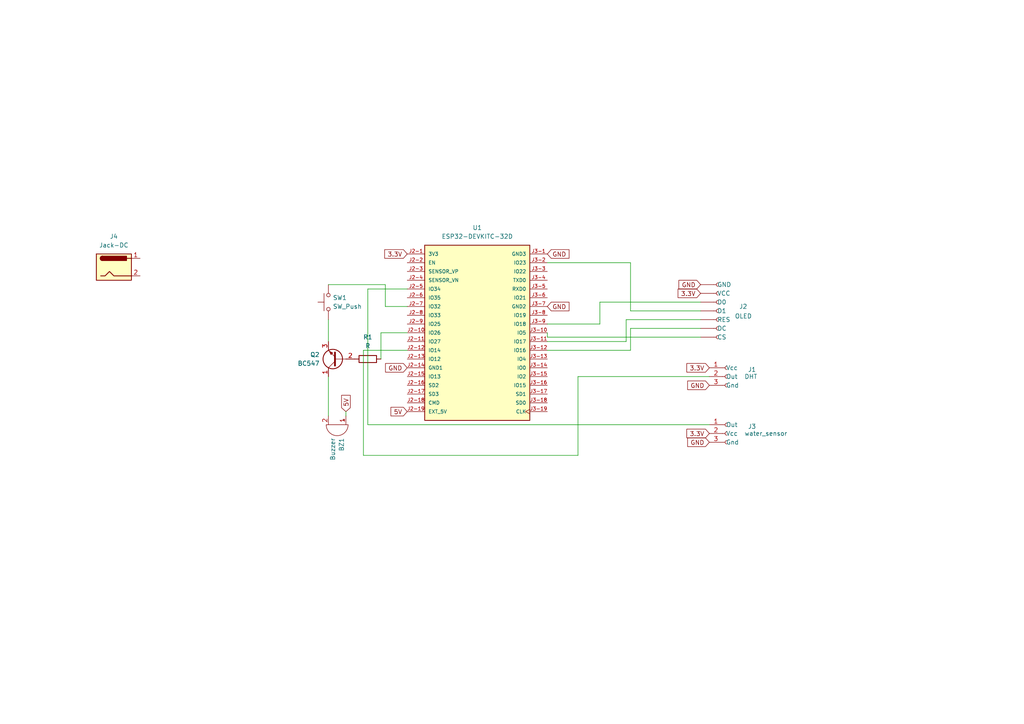
<source format=kicad_sch>
(kicad_sch
	(version 20250114)
	(generator "eeschema")
	(generator_version "9.0")
	(uuid "22622dad-1511-4831-8cc6-34f109aa3bb8")
	(paper "A4")
	(lib_symbols
		(symbol "Conn_01x03_Socket_1"
			(pin_names
				(offset 1.016)
			)
			(exclude_from_sim no)
			(in_bom yes)
			(on_board yes)
			(property "Reference" "J3"
				(at 6.096 2.032 0)
				(effects
					(font
						(size 1.27 1.27)
					)
					(justify left)
				)
			)
			(property "Value" "DHT"
				(at 5.08 0 0)
				(effects
					(font
						(size 1.27 1.27)
					)
					(justify left)
				)
			)
			(property "Footprint" "Connector_PinSocket_2.00mm:PinSocket_1x03_P2.00mm_Vertical"
				(at 0 0 0)
				(effects
					(font
						(size 1.27 1.27)
					)
					(hide yes)
				)
			)
			(property "Datasheet" "~"
				(at 0 0 0)
				(effects
					(font
						(size 1.27 1.27)
					)
					(hide yes)
				)
			)
			(property "Description" "Generic connector, single row, 01x03, script generated"
				(at 0 0 0)
				(effects
					(font
						(size 1.27 1.27)
					)
					(hide yes)
				)
			)
			(property "ki_locked" ""
				(at 0 0 0)
				(effects
					(font
						(size 1.27 1.27)
					)
				)
			)
			(property "ki_keywords" "connector"
				(at 0 0 0)
				(effects
					(font
						(size 1.27 1.27)
					)
					(hide yes)
				)
			)
			(property "ki_fp_filters" "Connector*:*_1x??_*"
				(at 0 0 0)
				(effects
					(font
						(size 1.27 1.27)
					)
					(hide yes)
				)
			)
			(symbol "Conn_01x03_Socket_1_1_1"
				(polyline
					(pts
						(xy -1.27 2.54) (xy -0.508 2.54)
					)
					(stroke
						(width 0.1524)
						(type default)
					)
					(fill
						(type none)
					)
				)
				(polyline
					(pts
						(xy -1.27 0) (xy -0.508 0)
					)
					(stroke
						(width 0.1524)
						(type default)
					)
					(fill
						(type none)
					)
				)
				(polyline
					(pts
						(xy -1.27 -2.54) (xy -0.508 -2.54)
					)
					(stroke
						(width 0.1524)
						(type default)
					)
					(fill
						(type none)
					)
				)
				(arc
					(start 0 2.032)
					(mid -0.5058 2.54)
					(end 0 3.048)
					(stroke
						(width 0.1524)
						(type default)
					)
					(fill
						(type none)
					)
				)
				(arc
					(start 0 -0.508)
					(mid -0.5058 0)
					(end 0 0.508)
					(stroke
						(width 0.1524)
						(type default)
					)
					(fill
						(type none)
					)
				)
				(arc
					(start 0 -3.048)
					(mid -0.5058 -2.54)
					(end 0 -2.032)
					(stroke
						(width 0.1524)
						(type default)
					)
					(fill
						(type none)
					)
				)
				(pin passive line
					(at -5.08 2.54 0)
					(length 3.81)
					(name "Out"
						(effects
							(font
								(size 1.27 1.27)
							)
						)
					)
					(number "1"
						(effects
							(font
								(size 1.27 1.27)
							)
						)
					)
				)
				(pin passive line
					(at -5.08 0 0)
					(length 3.81)
					(name "Vcc"
						(effects
							(font
								(size 1.27 1.27)
							)
						)
					)
					(number "2"
						(effects
							(font
								(size 1.27 1.27)
							)
						)
					)
				)
				(pin passive line
					(at -5.08 -2.54 0)
					(length 3.81)
					(name "Gnd"
						(effects
							(font
								(size 1.27 1.27)
							)
						)
					)
					(number "3"
						(effects
							(font
								(size 1.27 1.27)
							)
						)
					)
				)
			)
			(embedded_fonts no)
		)
		(symbol "Connector:Conn_01x03_Socket"
			(pin_names
				(offset 1.016)
			)
			(exclude_from_sim no)
			(in_bom yes)
			(on_board yes)
			(property "Reference" "J1"
				(at 1.27 1.2701 0)
				(effects
					(font
						(size 1.27 1.27)
					)
					(justify left)
				)
			)
			(property "Value" "Conn_01x03_Socket"
				(at 1.27 -1.2699 0)
				(effects
					(font
						(size 1.27 1.27)
					)
					(justify left)
				)
			)
			(property "Footprint" "Connector_PinSocket_2.00mm:PinSocket_1x03_P2.00mm_Vertical"
				(at 0 0 0)
				(effects
					(font
						(size 1.27 1.27)
					)
					(hide yes)
				)
			)
			(property "Datasheet" "~"
				(at 0 0 0)
				(effects
					(font
						(size 1.27 1.27)
					)
					(hide yes)
				)
			)
			(property "Description" "Generic connector, single row, 01x03, script generated"
				(at 0 0 0)
				(effects
					(font
						(size 1.27 1.27)
					)
					(hide yes)
				)
			)
			(property "ki_locked" ""
				(at 0 0 0)
				(effects
					(font
						(size 1.27 1.27)
					)
				)
			)
			(property "ki_keywords" "connector"
				(at 0 0 0)
				(effects
					(font
						(size 1.27 1.27)
					)
					(hide yes)
				)
			)
			(property "ki_fp_filters" "Connector*:*_1x??_*"
				(at 0 0 0)
				(effects
					(font
						(size 1.27 1.27)
					)
					(hide yes)
				)
			)
			(symbol "Conn_01x03_Socket_1_1"
				(polyline
					(pts
						(xy -1.27 2.54) (xy -0.508 2.54)
					)
					(stroke
						(width 0.1524)
						(type default)
					)
					(fill
						(type none)
					)
				)
				(polyline
					(pts
						(xy -1.27 0) (xy -0.508 0)
					)
					(stroke
						(width 0.1524)
						(type default)
					)
					(fill
						(type none)
					)
				)
				(polyline
					(pts
						(xy -1.27 -2.54) (xy -0.508 -2.54)
					)
					(stroke
						(width 0.1524)
						(type default)
					)
					(fill
						(type none)
					)
				)
				(arc
					(start 0 2.032)
					(mid -0.5058 2.54)
					(end 0 3.048)
					(stroke
						(width 0.1524)
						(type default)
					)
					(fill
						(type none)
					)
				)
				(arc
					(start 0 -0.508)
					(mid -0.5058 0)
					(end 0 0.508)
					(stroke
						(width 0.1524)
						(type default)
					)
					(fill
						(type none)
					)
				)
				(arc
					(start 0 -3.048)
					(mid -0.5058 -2.54)
					(end 0 -2.032)
					(stroke
						(width 0.1524)
						(type default)
					)
					(fill
						(type none)
					)
				)
				(pin passive line
					(at -5.08 2.54 0)
					(length 3.81)
					(name "Vcc"
						(effects
							(font
								(size 1.27 1.27)
							)
						)
					)
					(number "1"
						(effects
							(font
								(size 1.27 1.27)
							)
						)
					)
				)
				(pin passive line
					(at -5.08 0 0)
					(length 3.81)
					(name "Out"
						(effects
							(font
								(size 1.27 1.27)
							)
						)
					)
					(number "2"
						(effects
							(font
								(size 1.27 1.27)
							)
						)
					)
				)
				(pin passive line
					(at -5.08 -2.54 0)
					(length 3.81)
					(name "Gnd"
						(effects
							(font
								(size 1.27 1.27)
							)
						)
					)
					(number "3"
						(effects
							(font
								(size 1.27 1.27)
							)
						)
					)
				)
			)
			(embedded_fonts no)
		)
		(symbol "Connector:Conn_01x07_Socket"
			(pin_numbers
				(hide yes)
			)
			(pin_names
				(offset 1.016)
			)
			(exclude_from_sim no)
			(in_bom yes)
			(on_board yes)
			(property "Reference" "J2"
				(at 1.27 1.2701 0)
				(effects
					(font
						(size 1.27 1.27)
					)
					(justify left)
				)
			)
			(property "Value" "Conn_01x07_Socket"
				(at 1.27 -1.2699 0)
				(effects
					(font
						(size 1.27 1.27)
					)
					(justify left)
				)
			)
			(property "Footprint" "Connector_PinSocket_2.00mm:PinSocket_1x07_P2.00mm_Vertical"
				(at 0 0 0)
				(effects
					(font
						(size 1.27 1.27)
					)
					(hide yes)
				)
			)
			(property "Datasheet" "~"
				(at 0 0 0)
				(effects
					(font
						(size 1.27 1.27)
					)
					(hide yes)
				)
			)
			(property "Description" "Generic connector, single row, 01x07, script generated"
				(at 0 0 0)
				(effects
					(font
						(size 1.27 1.27)
					)
					(hide yes)
				)
			)
			(property "ki_locked" ""
				(at 0 0 0)
				(effects
					(font
						(size 1.27 1.27)
					)
				)
			)
			(property "ki_keywords" "connector"
				(at 0 0 0)
				(effects
					(font
						(size 1.27 1.27)
					)
					(hide yes)
				)
			)
			(property "ki_fp_filters" "Connector*:*_1x??_*"
				(at 0 0 0)
				(effects
					(font
						(size 1.27 1.27)
					)
					(hide yes)
				)
			)
			(symbol "Conn_01x07_Socket_1_1"
				(polyline
					(pts
						(xy -1.27 7.62) (xy -0.508 7.62)
					)
					(stroke
						(width 0.1524)
						(type default)
					)
					(fill
						(type none)
					)
				)
				(polyline
					(pts
						(xy -1.27 5.08) (xy -0.508 5.08)
					)
					(stroke
						(width 0.1524)
						(type default)
					)
					(fill
						(type none)
					)
				)
				(polyline
					(pts
						(xy -1.27 2.54) (xy -0.508 2.54)
					)
					(stroke
						(width 0.1524)
						(type default)
					)
					(fill
						(type none)
					)
				)
				(polyline
					(pts
						(xy -1.27 0) (xy -0.508 0)
					)
					(stroke
						(width 0.1524)
						(type default)
					)
					(fill
						(type none)
					)
				)
				(polyline
					(pts
						(xy -1.27 -2.54) (xy -0.508 -2.54)
					)
					(stroke
						(width 0.1524)
						(type default)
					)
					(fill
						(type none)
					)
				)
				(polyline
					(pts
						(xy -1.27 -5.08) (xy -0.508 -5.08)
					)
					(stroke
						(width 0.1524)
						(type default)
					)
					(fill
						(type none)
					)
				)
				(polyline
					(pts
						(xy -1.27 -7.62) (xy -0.508 -7.62)
					)
					(stroke
						(width 0.1524)
						(type default)
					)
					(fill
						(type none)
					)
				)
				(arc
					(start 0 7.112)
					(mid -0.5058 7.62)
					(end 0 8.128)
					(stroke
						(width 0.1524)
						(type default)
					)
					(fill
						(type none)
					)
				)
				(arc
					(start 0 4.572)
					(mid -0.5058 5.08)
					(end 0 5.588)
					(stroke
						(width 0.1524)
						(type default)
					)
					(fill
						(type none)
					)
				)
				(arc
					(start 0 2.032)
					(mid -0.5058 2.54)
					(end 0 3.048)
					(stroke
						(width 0.1524)
						(type default)
					)
					(fill
						(type none)
					)
				)
				(arc
					(start 0 -0.508)
					(mid -0.5058 0)
					(end 0 0.508)
					(stroke
						(width 0.1524)
						(type default)
					)
					(fill
						(type none)
					)
				)
				(arc
					(start 0 -3.048)
					(mid -0.5058 -2.54)
					(end 0 -2.032)
					(stroke
						(width 0.1524)
						(type default)
					)
					(fill
						(type none)
					)
				)
				(arc
					(start 0 -5.588)
					(mid -0.5058 -5.08)
					(end 0 -4.572)
					(stroke
						(width 0.1524)
						(type default)
					)
					(fill
						(type none)
					)
				)
				(arc
					(start 0 -8.128)
					(mid -0.5058 -7.62)
					(end 0 -7.112)
					(stroke
						(width 0.1524)
						(type default)
					)
					(fill
						(type none)
					)
				)
				(pin passive line
					(at -5.08 7.62 0)
					(length 3.81)
					(name "GND"
						(effects
							(font
								(size 1.27 1.27)
							)
						)
					)
					(number "1"
						(effects
							(font
								(size 1.27 1.27)
							)
						)
					)
				)
				(pin passive line
					(at -5.08 5.08 0)
					(length 3.81)
					(name "VCC"
						(effects
							(font
								(size 1.27 1.27)
							)
						)
					)
					(number "2"
						(effects
							(font
								(size 1.27 1.27)
							)
						)
					)
				)
				(pin passive line
					(at -5.08 2.54 0)
					(length 3.81)
					(name "D0"
						(effects
							(font
								(size 1.27 1.27)
							)
						)
					)
					(number "3"
						(effects
							(font
								(size 1.27 1.27)
							)
						)
					)
				)
				(pin passive line
					(at -5.08 0 0)
					(length 3.81)
					(name "D1"
						(effects
							(font
								(size 1.27 1.27)
							)
						)
					)
					(number "4"
						(effects
							(font
								(size 1.27 1.27)
							)
						)
					)
				)
				(pin passive line
					(at -5.08 -2.54 0)
					(length 3.81)
					(name "RES"
						(effects
							(font
								(size 1.27 1.27)
							)
						)
					)
					(number "5"
						(effects
							(font
								(size 1.27 1.27)
							)
						)
					)
				)
				(pin passive line
					(at -5.08 -5.08 0)
					(length 3.81)
					(name "DC"
						(effects
							(font
								(size 1.27 1.27)
							)
						)
					)
					(number "6"
						(effects
							(font
								(size 1.27 1.27)
							)
						)
					)
				)
				(pin passive line
					(at -5.08 -7.62 0)
					(length 3.81)
					(name "CS"
						(effects
							(font
								(size 1.27 1.27)
							)
						)
					)
					(number "7"
						(effects
							(font
								(size 1.27 1.27)
							)
						)
					)
				)
			)
			(embedded_fonts no)
		)
		(symbol "Connector:Jack-DC"
			(pin_names
				(offset 1.016)
			)
			(exclude_from_sim no)
			(in_bom yes)
			(on_board yes)
			(property "Reference" "J"
				(at 0 5.334 0)
				(effects
					(font
						(size 1.27 1.27)
					)
				)
			)
			(property "Value" "Jack-DC"
				(at 0 -5.08 0)
				(effects
					(font
						(size 1.27 1.27)
					)
				)
			)
			(property "Footprint" ""
				(at 1.27 -1.016 0)
				(effects
					(font
						(size 1.27 1.27)
					)
					(hide yes)
				)
			)
			(property "Datasheet" "~"
				(at 1.27 -1.016 0)
				(effects
					(font
						(size 1.27 1.27)
					)
					(hide yes)
				)
			)
			(property "Description" "DC Barrel Jack"
				(at 0 0 0)
				(effects
					(font
						(size 1.27 1.27)
					)
					(hide yes)
				)
			)
			(property "ki_keywords" "DC power barrel jack connector"
				(at 0 0 0)
				(effects
					(font
						(size 1.27 1.27)
					)
					(hide yes)
				)
			)
			(property "ki_fp_filters" "BarrelJack*"
				(at 0 0 0)
				(effects
					(font
						(size 1.27 1.27)
					)
					(hide yes)
				)
			)
			(symbol "Jack-DC_0_1"
				(rectangle
					(start -5.08 3.81)
					(end 5.08 -3.81)
					(stroke
						(width 0.254)
						(type default)
					)
					(fill
						(type background)
					)
				)
				(polyline
					(pts
						(xy -3.81 -2.54) (xy -2.54 -2.54) (xy -1.27 -1.27) (xy 0 -2.54) (xy 2.54 -2.54) (xy 5.08 -2.54)
					)
					(stroke
						(width 0.254)
						(type default)
					)
					(fill
						(type none)
					)
				)
				(arc
					(start -3.302 1.905)
					(mid -3.9343 2.54)
					(end -3.302 3.175)
					(stroke
						(width 0.254)
						(type default)
					)
					(fill
						(type none)
					)
				)
				(arc
					(start -3.302 1.905)
					(mid -3.9343 2.54)
					(end -3.302 3.175)
					(stroke
						(width 0.254)
						(type default)
					)
					(fill
						(type outline)
					)
				)
				(rectangle
					(start 3.683 3.175)
					(end -3.302 1.905)
					(stroke
						(width 0.254)
						(type default)
					)
					(fill
						(type outline)
					)
				)
				(polyline
					(pts
						(xy 5.08 2.54) (xy 3.81 2.54)
					)
					(stroke
						(width 0.254)
						(type default)
					)
					(fill
						(type none)
					)
				)
			)
			(symbol "Jack-DC_1_1"
				(pin passive line
					(at 7.62 2.54 180)
					(length 2.54)
					(name "~"
						(effects
							(font
								(size 1.27 1.27)
							)
						)
					)
					(number "1"
						(effects
							(font
								(size 1.27 1.27)
							)
						)
					)
				)
				(pin passive line
					(at 7.62 -2.54 180)
					(length 2.54)
					(name "~"
						(effects
							(font
								(size 1.27 1.27)
							)
						)
					)
					(number "2"
						(effects
							(font
								(size 1.27 1.27)
							)
						)
					)
				)
			)
			(embedded_fonts no)
		)
		(symbol "Device:Buzzer"
			(pin_names
				(offset 0.0254)
				(hide yes)
			)
			(exclude_from_sim no)
			(in_bom yes)
			(on_board yes)
			(property "Reference" "BZ"
				(at 3.81 1.27 0)
				(effects
					(font
						(size 1.27 1.27)
					)
					(justify left)
				)
			)
			(property "Value" "Buzzer"
				(at 3.81 -1.27 0)
				(effects
					(font
						(size 1.27 1.27)
					)
					(justify left)
				)
			)
			(property "Footprint" ""
				(at -0.635 2.54 90)
				(effects
					(font
						(size 1.27 1.27)
					)
					(hide yes)
				)
			)
			(property "Datasheet" "~"
				(at -0.635 2.54 90)
				(effects
					(font
						(size 1.27 1.27)
					)
					(hide yes)
				)
			)
			(property "Description" "Buzzer, polarized"
				(at 0 0 0)
				(effects
					(font
						(size 1.27 1.27)
					)
					(hide yes)
				)
			)
			(property "ki_keywords" "quartz resonator ceramic"
				(at 0 0 0)
				(effects
					(font
						(size 1.27 1.27)
					)
					(hide yes)
				)
			)
			(property "ki_fp_filters" "*Buzzer*"
				(at 0 0 0)
				(effects
					(font
						(size 1.27 1.27)
					)
					(hide yes)
				)
			)
			(symbol "Buzzer_0_1"
				(polyline
					(pts
						(xy -1.651 1.905) (xy -1.143 1.905)
					)
					(stroke
						(width 0)
						(type default)
					)
					(fill
						(type none)
					)
				)
				(polyline
					(pts
						(xy -1.397 2.159) (xy -1.397 1.651)
					)
					(stroke
						(width 0)
						(type default)
					)
					(fill
						(type none)
					)
				)
				(arc
					(start 0 3.175)
					(mid 3.1612 0)
					(end 0 -3.175)
					(stroke
						(width 0)
						(type default)
					)
					(fill
						(type none)
					)
				)
				(polyline
					(pts
						(xy 0 3.175) (xy 0 -3.175)
					)
					(stroke
						(width 0)
						(type default)
					)
					(fill
						(type none)
					)
				)
			)
			(symbol "Buzzer_1_1"
				(pin passive line
					(at -2.54 2.54 0)
					(length 2.54)
					(name "+"
						(effects
							(font
								(size 1.27 1.27)
							)
						)
					)
					(number "1"
						(effects
							(font
								(size 1.27 1.27)
							)
						)
					)
				)
				(pin passive line
					(at -2.54 -2.54 0)
					(length 2.54)
					(name "-"
						(effects
							(font
								(size 1.27 1.27)
							)
						)
					)
					(number "2"
						(effects
							(font
								(size 1.27 1.27)
							)
						)
					)
				)
			)
			(embedded_fonts no)
		)
		(symbol "Device:R"
			(pin_numbers
				(hide yes)
			)
			(pin_names
				(offset 0)
			)
			(exclude_from_sim no)
			(in_bom yes)
			(on_board yes)
			(property "Reference" "R"
				(at 2.032 0 90)
				(effects
					(font
						(size 1.27 1.27)
					)
				)
			)
			(property "Value" "R"
				(at 0 0 90)
				(effects
					(font
						(size 1.27 1.27)
					)
				)
			)
			(property "Footprint" ""
				(at -1.778 0 90)
				(effects
					(font
						(size 1.27 1.27)
					)
					(hide yes)
				)
			)
			(property "Datasheet" "~"
				(at 0 0 0)
				(effects
					(font
						(size 1.27 1.27)
					)
					(hide yes)
				)
			)
			(property "Description" "Resistor"
				(at 0 0 0)
				(effects
					(font
						(size 1.27 1.27)
					)
					(hide yes)
				)
			)
			(property "ki_keywords" "R res resistor"
				(at 0 0 0)
				(effects
					(font
						(size 1.27 1.27)
					)
					(hide yes)
				)
			)
			(property "ki_fp_filters" "R_*"
				(at 0 0 0)
				(effects
					(font
						(size 1.27 1.27)
					)
					(hide yes)
				)
			)
			(symbol "R_0_1"
				(rectangle
					(start -1.016 -2.54)
					(end 1.016 2.54)
					(stroke
						(width 0.254)
						(type default)
					)
					(fill
						(type none)
					)
				)
			)
			(symbol "R_1_1"
				(pin passive line
					(at 0 3.81 270)
					(length 1.27)
					(name "~"
						(effects
							(font
								(size 1.27 1.27)
							)
						)
					)
					(number "1"
						(effects
							(font
								(size 1.27 1.27)
							)
						)
					)
				)
				(pin passive line
					(at 0 -3.81 90)
					(length 1.27)
					(name "~"
						(effects
							(font
								(size 1.27 1.27)
							)
						)
					)
					(number "2"
						(effects
							(font
								(size 1.27 1.27)
							)
						)
					)
				)
			)
			(embedded_fonts no)
		)
		(symbol "ESP32-DEVKITC-32D:ESP32-DEVKITC-32D"
			(pin_names
				(offset 1.016)
			)
			(exclude_from_sim no)
			(in_bom yes)
			(on_board yes)
			(property "Reference" "U"
				(at -15.2572 26.0643 0)
				(effects
					(font
						(size 1.27 1.27)
					)
					(justify left bottom)
				)
			)
			(property "Value" "ESP32-DEVKITC-32D"
				(at -15.2563 -27.9698 0)
				(effects
					(font
						(size 1.27 1.27)
					)
					(justify left bottom)
				)
			)
			(property "Footprint" "ESP32-DEVKITC-32D:MODULE_ESP32-DEVKITC-32D"
				(at 0 0 0)
				(effects
					(font
						(size 1.27 1.27)
					)
					(justify bottom)
					(hide yes)
				)
			)
			(property "Datasheet" ""
				(at 0 0 0)
				(effects
					(font
						(size 1.27 1.27)
					)
					(hide yes)
				)
			)
			(property "Description" ""
				(at 0 0 0)
				(effects
					(font
						(size 1.27 1.27)
					)
					(hide yes)
				)
			)
			(property "MF" "Espressif Systems"
				(at 0 0 0)
				(effects
					(font
						(size 1.27 1.27)
					)
					(justify bottom)
					(hide yes)
				)
			)
			(property "MAXIMUM_PACKAGE_HEIGHT" "N/A"
				(at 0 0 0)
				(effects
					(font
						(size 1.27 1.27)
					)
					(justify bottom)
					(hide yes)
				)
			)
			(property "Package" "None"
				(at 0 0 0)
				(effects
					(font
						(size 1.27 1.27)
					)
					(justify bottom)
					(hide yes)
				)
			)
			(property "Price" "None"
				(at 0 0 0)
				(effects
					(font
						(size 1.27 1.27)
					)
					(justify bottom)
					(hide yes)
				)
			)
			(property "Check_prices" "https://www.snapeda.com/parts/ESP32-DEVKITC-32D/Espressif+Systems/view-part/?ref=eda"
				(at 0 0 0)
				(effects
					(font
						(size 1.27 1.27)
					)
					(justify bottom)
					(hide yes)
				)
			)
			(property "STANDARD" "Manufacturer Recommendations"
				(at 0 0 0)
				(effects
					(font
						(size 1.27 1.27)
					)
					(justify bottom)
					(hide yes)
				)
			)
			(property "PARTREV" "V4"
				(at 0 0 0)
				(effects
					(font
						(size 1.27 1.27)
					)
					(justify bottom)
					(hide yes)
				)
			)
			(property "SnapEDA_Link" "https://www.snapeda.com/parts/ESP32-DEVKITC-32D/Espressif+Systems/view-part/?ref=snap"
				(at 0 0 0)
				(effects
					(font
						(size 1.27 1.27)
					)
					(justify bottom)
					(hide yes)
				)
			)
			(property "MP" "ESP32-DEVKITC-32D"
				(at 0 0 0)
				(effects
					(font
						(size 1.27 1.27)
					)
					(justify bottom)
					(hide yes)
				)
			)
			(property "Purchase-URL" "https://www.snapeda.com/api/url_track_click_mouser/?unipart_id=2777395&manufacturer=Espressif Systems&part_name=ESP32-DEVKITC-32D&search_term=None"
				(at 0 0 0)
				(effects
					(font
						(size 1.27 1.27)
					)
					(justify bottom)
					(hide yes)
				)
			)
			(property "Description_1" "WiFi Development Tools (802.11) ESP32 General Development Kit, ESP32-WROOM-32D on the board"
				(at 0 0 0)
				(effects
					(font
						(size 1.27 1.27)
					)
					(justify bottom)
					(hide yes)
				)
			)
			(property "MANUFACTURER" "Espressif Systems"
				(at 0 0 0)
				(effects
					(font
						(size 1.27 1.27)
					)
					(justify bottom)
					(hide yes)
				)
			)
			(property "Availability" "In Stock"
				(at 0 0 0)
				(effects
					(font
						(size 1.27 1.27)
					)
					(justify bottom)
					(hide yes)
				)
			)
			(property "SNAPEDA_PN" "ESP32-DEVKITC-32D"
				(at 0 0 0)
				(effects
					(font
						(size 1.27 1.27)
					)
					(justify bottom)
					(hide yes)
				)
			)
			(symbol "ESP32-DEVKITC-32D_0_0"
				(rectangle
					(start -15.24 -25.4)
					(end 15.24 25.4)
					(stroke
						(width 0.254)
						(type default)
					)
					(fill
						(type background)
					)
				)
				(pin power_in line
					(at -20.32 22.86 0)
					(length 5.08)
					(name "3V3"
						(effects
							(font
								(size 1.016 1.016)
							)
						)
					)
					(number "J2-1"
						(effects
							(font
								(size 1.016 1.016)
							)
						)
					)
				)
				(pin input line
					(at -20.32 20.32 0)
					(length 5.08)
					(name "EN"
						(effects
							(font
								(size 1.016 1.016)
							)
						)
					)
					(number "J2-2"
						(effects
							(font
								(size 1.016 1.016)
							)
						)
					)
				)
				(pin input line
					(at -20.32 17.78 0)
					(length 5.08)
					(name "SENSOR_VP"
						(effects
							(font
								(size 1.016 1.016)
							)
						)
					)
					(number "J2-3"
						(effects
							(font
								(size 1.016 1.016)
							)
						)
					)
				)
				(pin input line
					(at -20.32 15.24 0)
					(length 5.08)
					(name "SENSOR_VN"
						(effects
							(font
								(size 1.016 1.016)
							)
						)
					)
					(number "J2-4"
						(effects
							(font
								(size 1.016 1.016)
							)
						)
					)
				)
				(pin bidirectional line
					(at -20.32 12.7 0)
					(length 5.08)
					(name "IO34"
						(effects
							(font
								(size 1.016 1.016)
							)
						)
					)
					(number "J2-5"
						(effects
							(font
								(size 1.016 1.016)
							)
						)
					)
				)
				(pin bidirectional line
					(at -20.32 10.16 0)
					(length 5.08)
					(name "IO35"
						(effects
							(font
								(size 1.016 1.016)
							)
						)
					)
					(number "J2-6"
						(effects
							(font
								(size 1.016 1.016)
							)
						)
					)
				)
				(pin bidirectional line
					(at -20.32 7.62 0)
					(length 5.08)
					(name "IO32"
						(effects
							(font
								(size 1.016 1.016)
							)
						)
					)
					(number "J2-7"
						(effects
							(font
								(size 1.016 1.016)
							)
						)
					)
				)
				(pin bidirectional line
					(at -20.32 5.08 0)
					(length 5.08)
					(name "IO33"
						(effects
							(font
								(size 1.016 1.016)
							)
						)
					)
					(number "J2-8"
						(effects
							(font
								(size 1.016 1.016)
							)
						)
					)
				)
				(pin bidirectional line
					(at -20.32 2.54 0)
					(length 5.08)
					(name "IO25"
						(effects
							(font
								(size 1.016 1.016)
							)
						)
					)
					(number "J2-9"
						(effects
							(font
								(size 1.016 1.016)
							)
						)
					)
				)
				(pin bidirectional line
					(at -20.32 0 0)
					(length 5.08)
					(name "IO26"
						(effects
							(font
								(size 1.016 1.016)
							)
						)
					)
					(number "J2-10"
						(effects
							(font
								(size 1.016 1.016)
							)
						)
					)
				)
				(pin bidirectional line
					(at -20.32 -2.54 0)
					(length 5.08)
					(name "IO27"
						(effects
							(font
								(size 1.016 1.016)
							)
						)
					)
					(number "J2-11"
						(effects
							(font
								(size 1.016 1.016)
							)
						)
					)
				)
				(pin bidirectional line
					(at -20.32 -5.08 0)
					(length 5.08)
					(name "IO14"
						(effects
							(font
								(size 1.016 1.016)
							)
						)
					)
					(number "J2-12"
						(effects
							(font
								(size 1.016 1.016)
							)
						)
					)
				)
				(pin bidirectional line
					(at -20.32 -7.62 0)
					(length 5.08)
					(name "IO12"
						(effects
							(font
								(size 1.016 1.016)
							)
						)
					)
					(number "J2-13"
						(effects
							(font
								(size 1.016 1.016)
							)
						)
					)
				)
				(pin power_in line
					(at -20.32 -10.16 0)
					(length 5.08)
					(name "GND1"
						(effects
							(font
								(size 1.016 1.016)
							)
						)
					)
					(number "J2-14"
						(effects
							(font
								(size 1.016 1.016)
							)
						)
					)
				)
				(pin bidirectional line
					(at -20.32 -12.7 0)
					(length 5.08)
					(name "IO13"
						(effects
							(font
								(size 1.016 1.016)
							)
						)
					)
					(number "J2-15"
						(effects
							(font
								(size 1.016 1.016)
							)
						)
					)
				)
				(pin bidirectional line
					(at -20.32 -15.24 0)
					(length 5.08)
					(name "SD2"
						(effects
							(font
								(size 1.016 1.016)
							)
						)
					)
					(number "J2-16"
						(effects
							(font
								(size 1.016 1.016)
							)
						)
					)
				)
				(pin bidirectional line
					(at -20.32 -17.78 0)
					(length 5.08)
					(name "SD3"
						(effects
							(font
								(size 1.016 1.016)
							)
						)
					)
					(number "J2-17"
						(effects
							(font
								(size 1.016 1.016)
							)
						)
					)
				)
				(pin bidirectional line
					(at -20.32 -20.32 0)
					(length 5.08)
					(name "CMD"
						(effects
							(font
								(size 1.016 1.016)
							)
						)
					)
					(number "J2-18"
						(effects
							(font
								(size 1.016 1.016)
							)
						)
					)
				)
				(pin power_in line
					(at -20.32 -22.86 0)
					(length 5.08)
					(name "EXT_5V"
						(effects
							(font
								(size 1.016 1.016)
							)
						)
					)
					(number "J2-19"
						(effects
							(font
								(size 1.016 1.016)
							)
						)
					)
				)
				(pin power_in line
					(at 20.32 22.86 180)
					(length 5.08)
					(name "GND3"
						(effects
							(font
								(size 1.016 1.016)
							)
						)
					)
					(number "J3-1"
						(effects
							(font
								(size 1.016 1.016)
							)
						)
					)
				)
				(pin bidirectional line
					(at 20.32 20.32 180)
					(length 5.08)
					(name "IO23"
						(effects
							(font
								(size 1.016 1.016)
							)
						)
					)
					(number "J3-2"
						(effects
							(font
								(size 1.016 1.016)
							)
						)
					)
				)
				(pin bidirectional line
					(at 20.32 17.78 180)
					(length 5.08)
					(name "IO22"
						(effects
							(font
								(size 1.016 1.016)
							)
						)
					)
					(number "J3-3"
						(effects
							(font
								(size 1.016 1.016)
							)
						)
					)
				)
				(pin output line
					(at 20.32 15.24 180)
					(length 5.08)
					(name "TXD0"
						(effects
							(font
								(size 1.016 1.016)
							)
						)
					)
					(number "J3-4"
						(effects
							(font
								(size 1.016 1.016)
							)
						)
					)
				)
				(pin input line
					(at 20.32 12.7 180)
					(length 5.08)
					(name "RXD0"
						(effects
							(font
								(size 1.016 1.016)
							)
						)
					)
					(number "J3-5"
						(effects
							(font
								(size 1.016 1.016)
							)
						)
					)
				)
				(pin bidirectional line
					(at 20.32 10.16 180)
					(length 5.08)
					(name "IO21"
						(effects
							(font
								(size 1.016 1.016)
							)
						)
					)
					(number "J3-6"
						(effects
							(font
								(size 1.016 1.016)
							)
						)
					)
				)
				(pin power_in line
					(at 20.32 7.62 180)
					(length 5.08)
					(name "GND2"
						(effects
							(font
								(size 1.016 1.016)
							)
						)
					)
					(number "J3-7"
						(effects
							(font
								(size 1.016 1.016)
							)
						)
					)
				)
				(pin bidirectional line
					(at 20.32 5.08 180)
					(length 5.08)
					(name "IO19"
						(effects
							(font
								(size 1.016 1.016)
							)
						)
					)
					(number "J3-8"
						(effects
							(font
								(size 1.016 1.016)
							)
						)
					)
				)
				(pin bidirectional line
					(at 20.32 2.54 180)
					(length 5.08)
					(name "IO18"
						(effects
							(font
								(size 1.016 1.016)
							)
						)
					)
					(number "J3-9"
						(effects
							(font
								(size 1.016 1.016)
							)
						)
					)
				)
				(pin bidirectional line
					(at 20.32 0 180)
					(length 5.08)
					(name "IO5"
						(effects
							(font
								(size 1.016 1.016)
							)
						)
					)
					(number "J3-10"
						(effects
							(font
								(size 1.016 1.016)
							)
						)
					)
				)
				(pin bidirectional line
					(at 20.32 -2.54 180)
					(length 5.08)
					(name "IO17"
						(effects
							(font
								(size 1.016 1.016)
							)
						)
					)
					(number "J3-11"
						(effects
							(font
								(size 1.016 1.016)
							)
						)
					)
				)
				(pin bidirectional line
					(at 20.32 -5.08 180)
					(length 5.08)
					(name "IO16"
						(effects
							(font
								(size 1.016 1.016)
							)
						)
					)
					(number "J3-12"
						(effects
							(font
								(size 1.016 1.016)
							)
						)
					)
				)
				(pin bidirectional line
					(at 20.32 -7.62 180)
					(length 5.08)
					(name "IO4"
						(effects
							(font
								(size 1.016 1.016)
							)
						)
					)
					(number "J3-13"
						(effects
							(font
								(size 1.016 1.016)
							)
						)
					)
				)
				(pin bidirectional line
					(at 20.32 -10.16 180)
					(length 5.08)
					(name "IO0"
						(effects
							(font
								(size 1.016 1.016)
							)
						)
					)
					(number "J3-14"
						(effects
							(font
								(size 1.016 1.016)
							)
						)
					)
				)
				(pin bidirectional line
					(at 20.32 -12.7 180)
					(length 5.08)
					(name "IO2"
						(effects
							(font
								(size 1.016 1.016)
							)
						)
					)
					(number "J3-15"
						(effects
							(font
								(size 1.016 1.016)
							)
						)
					)
				)
				(pin bidirectional line
					(at 20.32 -15.24 180)
					(length 5.08)
					(name "IO15"
						(effects
							(font
								(size 1.016 1.016)
							)
						)
					)
					(number "J3-16"
						(effects
							(font
								(size 1.016 1.016)
							)
						)
					)
				)
				(pin bidirectional line
					(at 20.32 -17.78 180)
					(length 5.08)
					(name "SD1"
						(effects
							(font
								(size 1.016 1.016)
							)
						)
					)
					(number "J3-17"
						(effects
							(font
								(size 1.016 1.016)
							)
						)
					)
				)
				(pin bidirectional line
					(at 20.32 -20.32 180)
					(length 5.08)
					(name "SD0"
						(effects
							(font
								(size 1.016 1.016)
							)
						)
					)
					(number "J3-18"
						(effects
							(font
								(size 1.016 1.016)
							)
						)
					)
				)
				(pin input clock
					(at 20.32 -22.86 180)
					(length 5.08)
					(name "CLK"
						(effects
							(font
								(size 1.016 1.016)
							)
						)
					)
					(number "J3-19"
						(effects
							(font
								(size 1.016 1.016)
							)
						)
					)
				)
			)
			(embedded_fonts no)
		)
		(symbol "Switch:SW_Push"
			(pin_numbers
				(hide yes)
			)
			(pin_names
				(offset 1.016)
				(hide yes)
			)
			(exclude_from_sim no)
			(in_bom yes)
			(on_board yes)
			(property "Reference" "SW"
				(at 1.27 2.54 0)
				(effects
					(font
						(size 1.27 1.27)
					)
					(justify left)
				)
			)
			(property "Value" "SW_Push"
				(at 0 -1.524 0)
				(effects
					(font
						(size 1.27 1.27)
					)
				)
			)
			(property "Footprint" ""
				(at 0 5.08 0)
				(effects
					(font
						(size 1.27 1.27)
					)
					(hide yes)
				)
			)
			(property "Datasheet" "~"
				(at 0 5.08 0)
				(effects
					(font
						(size 1.27 1.27)
					)
					(hide yes)
				)
			)
			(property "Description" "Push button switch, generic, two pins"
				(at 0 0 0)
				(effects
					(font
						(size 1.27 1.27)
					)
					(hide yes)
				)
			)
			(property "ki_keywords" "switch normally-open pushbutton push-button"
				(at 0 0 0)
				(effects
					(font
						(size 1.27 1.27)
					)
					(hide yes)
				)
			)
			(symbol "SW_Push_0_1"
				(circle
					(center -2.032 0)
					(radius 0.508)
					(stroke
						(width 0)
						(type default)
					)
					(fill
						(type none)
					)
				)
				(polyline
					(pts
						(xy 0 1.27) (xy 0 3.048)
					)
					(stroke
						(width 0)
						(type default)
					)
					(fill
						(type none)
					)
				)
				(circle
					(center 2.032 0)
					(radius 0.508)
					(stroke
						(width 0)
						(type default)
					)
					(fill
						(type none)
					)
				)
				(polyline
					(pts
						(xy 2.54 1.27) (xy -2.54 1.27)
					)
					(stroke
						(width 0)
						(type default)
					)
					(fill
						(type none)
					)
				)
				(pin passive line
					(at -5.08 0 0)
					(length 2.54)
					(name "1"
						(effects
							(font
								(size 1.27 1.27)
							)
						)
					)
					(number "1"
						(effects
							(font
								(size 1.27 1.27)
							)
						)
					)
				)
				(pin passive line
					(at 5.08 0 180)
					(length 2.54)
					(name "2"
						(effects
							(font
								(size 1.27 1.27)
							)
						)
					)
					(number "2"
						(effects
							(font
								(size 1.27 1.27)
							)
						)
					)
				)
			)
			(embedded_fonts no)
		)
		(symbol "Transistor_BJT:BC547"
			(pin_names
				(offset 0)
				(hide yes)
			)
			(exclude_from_sim no)
			(in_bom yes)
			(on_board yes)
			(property "Reference" "Q"
				(at 5.08 1.905 0)
				(effects
					(font
						(size 1.27 1.27)
					)
					(justify left)
				)
			)
			(property "Value" "BC547"
				(at 5.08 0 0)
				(effects
					(font
						(size 1.27 1.27)
					)
					(justify left)
				)
			)
			(property "Footprint" "Package_TO_SOT_THT:TO-92_Inline"
				(at 5.08 -1.905 0)
				(effects
					(font
						(size 1.27 1.27)
						(italic yes)
					)
					(justify left)
					(hide yes)
				)
			)
			(property "Datasheet" "https://www.onsemi.com/pub/Collateral/BC550-D.pdf"
				(at 0 0 0)
				(effects
					(font
						(size 1.27 1.27)
					)
					(justify left)
					(hide yes)
				)
			)
			(property "Description" "0.1A Ic, 45V Vce, Small Signal NPN Transistor, TO-92"
				(at 0 0 0)
				(effects
					(font
						(size 1.27 1.27)
					)
					(hide yes)
				)
			)
			(property "ki_keywords" "NPN Transistor"
				(at 0 0 0)
				(effects
					(font
						(size 1.27 1.27)
					)
					(hide yes)
				)
			)
			(property "ki_fp_filters" "TO?92*"
				(at 0 0 0)
				(effects
					(font
						(size 1.27 1.27)
					)
					(hide yes)
				)
			)
			(symbol "BC547_0_1"
				(polyline
					(pts
						(xy -2.54 0) (xy 0.635 0)
					)
					(stroke
						(width 0)
						(type default)
					)
					(fill
						(type none)
					)
				)
				(polyline
					(pts
						(xy 0.635 1.905) (xy 0.635 -1.905)
					)
					(stroke
						(width 0.508)
						(type default)
					)
					(fill
						(type none)
					)
				)
				(circle
					(center 1.27 0)
					(radius 2.8194)
					(stroke
						(width 0.254)
						(type default)
					)
					(fill
						(type none)
					)
				)
			)
			(symbol "BC547_1_1"
				(polyline
					(pts
						(xy 0.635 0.635) (xy 2.54 2.54)
					)
					(stroke
						(width 0)
						(type default)
					)
					(fill
						(type none)
					)
				)
				(polyline
					(pts
						(xy 0.635 -0.635) (xy 2.54 -2.54)
					)
					(stroke
						(width 0)
						(type default)
					)
					(fill
						(type none)
					)
				)
				(polyline
					(pts
						(xy 1.27 -1.778) (xy 1.778 -1.27) (xy 2.286 -2.286) (xy 1.27 -1.778)
					)
					(stroke
						(width 0)
						(type default)
					)
					(fill
						(type outline)
					)
				)
				(pin input line
					(at -5.08 0 0)
					(length 2.54)
					(name "B"
						(effects
							(font
								(size 1.27 1.27)
							)
						)
					)
					(number "2"
						(effects
							(font
								(size 1.27 1.27)
							)
						)
					)
				)
				(pin passive line
					(at 2.54 5.08 270)
					(length 2.54)
					(name "C"
						(effects
							(font
								(size 1.27 1.27)
							)
						)
					)
					(number "1"
						(effects
							(font
								(size 1.27 1.27)
							)
						)
					)
				)
				(pin passive line
					(at 2.54 -5.08 90)
					(length 2.54)
					(name "E"
						(effects
							(font
								(size 1.27 1.27)
							)
						)
					)
					(number "3"
						(effects
							(font
								(size 1.27 1.27)
							)
						)
					)
				)
			)
			(embedded_fonts no)
		)
	)
	(wire
		(pts
			(xy 182.88 101.6) (xy 158.75 101.6)
		)
		(stroke
			(width 0)
			(type default)
		)
		(uuid "04e4f992-469c-41bc-b254-7aff4fe9a9c8")
	)
	(wire
		(pts
			(xy 95.25 92.71) (xy 95.25 99.06)
		)
		(stroke
			(width 0)
			(type default)
		)
		(uuid "0673c9fc-fcfe-441b-8bf8-f6144cd8b4c3")
	)
	(wire
		(pts
			(xy 173.99 93.98) (xy 158.75 93.98)
		)
		(stroke
			(width 0)
			(type default)
		)
		(uuid "081a3f00-4141-4492-a82b-8dfa4e017c03")
	)
	(wire
		(pts
			(xy 203.2 87.63) (xy 173.99 87.63)
		)
		(stroke
			(width 0)
			(type default)
		)
		(uuid "0eb71d7b-1626-4c1a-b452-832acaf00b26")
	)
	(wire
		(pts
			(xy 182.88 90.17) (xy 182.88 76.2)
		)
		(stroke
			(width 0)
			(type default)
		)
		(uuid "14ff19af-5df2-45ed-b174-081323915e95")
	)
	(wire
		(pts
			(xy 106.68 123.19) (xy 106.68 83.82)
		)
		(stroke
			(width 0)
			(type default)
		)
		(uuid "1e97323b-a86b-41e3-8979-5b048b7dcf81")
	)
	(wire
		(pts
			(xy 203.2 92.71) (xy 181.61 92.71)
		)
		(stroke
			(width 0)
			(type default)
		)
		(uuid "2a1eb00d-89d1-4e50-be22-a9d1af3f8352")
	)
	(wire
		(pts
			(xy 95.25 82.55) (xy 111.76 82.55)
		)
		(stroke
			(width 0)
			(type default)
		)
		(uuid "2bd534c2-b721-4147-8fa8-4895a9ae7b77")
	)
	(wire
		(pts
			(xy 167.64 109.22) (xy 167.64 132.08)
		)
		(stroke
			(width 0)
			(type default)
		)
		(uuid "39e2807b-362b-448f-a5b5-e9082d34472e")
	)
	(wire
		(pts
			(xy 203.2 95.25) (xy 182.88 95.25)
		)
		(stroke
			(width 0)
			(type default)
		)
		(uuid "5de9213c-904e-46b1-81fd-53c074c0f601")
	)
	(wire
		(pts
			(xy 110.49 96.52) (xy 118.11 96.52)
		)
		(stroke
			(width 0)
			(type default)
		)
		(uuid "667ff848-ca23-4a39-ba5b-8727cf47603e")
	)
	(wire
		(pts
			(xy 100.33 120.65) (xy 100.33 119.38)
		)
		(stroke
			(width 0)
			(type default)
		)
		(uuid "6f5b4a82-377d-4f9f-9b61-5dce03ab80d6")
	)
	(wire
		(pts
			(xy 181.61 92.71) (xy 181.61 99.06)
		)
		(stroke
			(width 0)
			(type default)
		)
		(uuid "70a3a454-f5db-4e56-ac09-a0e1abb02005")
	)
	(wire
		(pts
			(xy 158.75 97.79) (xy 203.2 97.79)
		)
		(stroke
			(width 0)
			(type default)
		)
		(uuid "735c1246-51e7-46cf-af37-a8470971c108")
	)
	(wire
		(pts
			(xy 181.61 99.06) (xy 158.75 99.06)
		)
		(stroke
			(width 0)
			(type default)
		)
		(uuid "7ace6978-48e4-4d41-acd9-e5a3eae1594a")
	)
	(wire
		(pts
			(xy 167.64 132.08) (xy 105.41 132.08)
		)
		(stroke
			(width 0)
			(type default)
		)
		(uuid "7c1229e2-424a-4ad9-9d4b-948e22443fad")
	)
	(wire
		(pts
			(xy 110.49 104.14) (xy 110.49 96.52)
		)
		(stroke
			(width 0)
			(type default)
		)
		(uuid "83796567-b0c1-41e2-b886-487ec993db89")
	)
	(wire
		(pts
			(xy 158.75 97.79) (xy 158.75 96.52)
		)
		(stroke
			(width 0)
			(type default)
		)
		(uuid "86ab8c95-af9d-4b15-8e28-6a39e32b6d8b")
	)
	(wire
		(pts
			(xy 203.2 90.17) (xy 182.88 90.17)
		)
		(stroke
			(width 0)
			(type default)
		)
		(uuid "a513b1e7-2d1a-42cb-a44c-5b772fe7ad97")
	)
	(wire
		(pts
			(xy 111.76 88.9) (xy 118.11 88.9)
		)
		(stroke
			(width 0)
			(type default)
		)
		(uuid "b439da5e-1415-4116-bc20-e9f8c4301d27")
	)
	(wire
		(pts
			(xy 105.41 101.6) (xy 118.11 101.6)
		)
		(stroke
			(width 0)
			(type default)
		)
		(uuid "bdd17851-2257-4fe9-b6fe-3a9d03a295df")
	)
	(wire
		(pts
			(xy 95.25 109.22) (xy 95.25 120.65)
		)
		(stroke
			(width 0)
			(type default)
		)
		(uuid "c102db63-ca6d-4b68-95ba-d2739044568d")
	)
	(wire
		(pts
			(xy 205.74 123.19) (xy 106.68 123.19)
		)
		(stroke
			(width 0)
			(type default)
		)
		(uuid "c9e7711b-385d-4eb1-b7f3-269a42cebbd4")
	)
	(wire
		(pts
			(xy 182.88 95.25) (xy 182.88 101.6)
		)
		(stroke
			(width 0)
			(type default)
		)
		(uuid "e14bf7ff-fbb0-455d-92b3-4490967e7ad0")
	)
	(wire
		(pts
			(xy 182.88 76.2) (xy 158.75 76.2)
		)
		(stroke
			(width 0)
			(type default)
		)
		(uuid "e4fe786f-9866-4b01-b856-6cf87aa3981a")
	)
	(wire
		(pts
			(xy 105.41 132.08) (xy 105.41 101.6)
		)
		(stroke
			(width 0)
			(type default)
		)
		(uuid "e5d49963-bd7b-4a7d-a9cb-de964f7be0a1")
	)
	(wire
		(pts
			(xy 173.99 87.63) (xy 173.99 93.98)
		)
		(stroke
			(width 0)
			(type default)
		)
		(uuid "ed3b371f-8ddd-4dd0-b11a-886032fc02a1")
	)
	(wire
		(pts
			(xy 111.76 82.55) (xy 111.76 88.9)
		)
		(stroke
			(width 0)
			(type default)
		)
		(uuid "ed62a9d9-ffeb-4cdd-bbcc-3d8f6a7262f8")
	)
	(wire
		(pts
			(xy 106.68 83.82) (xy 118.11 83.82)
		)
		(stroke
			(width 0)
			(type default)
		)
		(uuid "f36c3741-59fd-4959-88e5-8d72dd1de2ed")
	)
	(wire
		(pts
			(xy 205.74 109.22) (xy 167.64 109.22)
		)
		(stroke
			(width 0)
			(type default)
		)
		(uuid "fef61540-59dd-4f08-abf3-c3218643e9b8")
	)
	(global_label "GND"
		(shape input)
		(at 205.74 111.76 180)
		(fields_autoplaced yes)
		(effects
			(font
				(size 1.27 1.27)
			)
			(justify right)
		)
		(uuid "02bafa92-2ce5-4ad7-9aa4-3b5b15ed82bf")
		(property "Intersheetrefs" "${INTERSHEET_REFS}"
			(at 198.8843 111.76 0)
			(effects
				(font
					(size 1.27 1.27)
				)
				(justify right)
				(hide yes)
			)
		)
	)
	(global_label "3.3V"
		(shape input)
		(at 205.74 106.68 180)
		(fields_autoplaced yes)
		(effects
			(font
				(size 1.27 1.27)
			)
			(justify right)
		)
		(uuid "08d4cf7c-3c43-439c-94d1-5fef6f30754c")
		(property "Intersheetrefs" "${INTERSHEET_REFS}"
			(at 198.6424 106.68 0)
			(effects
				(font
					(size 1.27 1.27)
				)
				(justify right)
				(hide yes)
			)
		)
	)
	(global_label "GND"
		(shape input)
		(at 158.75 73.66 0)
		(fields_autoplaced yes)
		(effects
			(font
				(size 1.27 1.27)
			)
			(justify left)
		)
		(uuid "1c49ebbb-8374-4324-a475-0e7acda8c1d8")
		(property "Intersheetrefs" "${INTERSHEET_REFS}"
			(at 165.6057 73.66 0)
			(effects
				(font
					(size 1.27 1.27)
				)
				(justify left)
				(hide yes)
			)
		)
	)
	(global_label "GND"
		(shape input)
		(at 118.11 106.68 180)
		(fields_autoplaced yes)
		(effects
			(font
				(size 1.27 1.27)
			)
			(justify right)
		)
		(uuid "1d519b01-ef04-4f52-bee6-645d0345486c")
		(property "Intersheetrefs" "${INTERSHEET_REFS}"
			(at 111.2543 106.68 0)
			(effects
				(font
					(size 1.27 1.27)
				)
				(justify right)
				(hide yes)
			)
		)
	)
	(global_label "3.3V"
		(shape input)
		(at 203.2 85.09 180)
		(fields_autoplaced yes)
		(effects
			(font
				(size 1.27 1.27)
			)
			(justify right)
		)
		(uuid "216548a3-7a59-4e0f-b30c-f0d769cd25a0")
		(property "Intersheetrefs" "${INTERSHEET_REFS}"
			(at 196.1024 85.09 0)
			(effects
				(font
					(size 1.27 1.27)
				)
				(justify right)
				(hide yes)
			)
		)
	)
	(global_label "5V"
		(shape input)
		(at 100.33 119.38 90)
		(fields_autoplaced yes)
		(effects
			(font
				(size 1.27 1.27)
			)
			(justify left)
		)
		(uuid "26338278-506e-41c5-ae88-ea4a56323865")
		(property "Intersheetrefs" "${INTERSHEET_REFS}"
			(at 100.33 114.0967 90)
			(effects
				(font
					(size 1.27 1.27)
				)
				(justify left)
				(hide yes)
			)
		)
	)
	(global_label "GND"
		(shape input)
		(at 203.2 82.55 180)
		(fields_autoplaced yes)
		(effects
			(font
				(size 1.27 1.27)
			)
			(justify right)
		)
		(uuid "464b1377-30ce-473f-9980-d7c9f7409380")
		(property "Intersheetrefs" "${INTERSHEET_REFS}"
			(at 196.3443 82.55 0)
			(effects
				(font
					(size 1.27 1.27)
				)
				(justify right)
				(hide yes)
			)
		)
	)
	(global_label "GND"
		(shape input)
		(at 205.74 128.27 180)
		(fields_autoplaced yes)
		(effects
			(font
				(size 1.27 1.27)
			)
			(justify right)
		)
		(uuid "5cb549c8-e894-4f53-97c9-b88d5b627ca7")
		(property "Intersheetrefs" "${INTERSHEET_REFS}"
			(at 198.8843 128.27 0)
			(effects
				(font
					(size 1.27 1.27)
				)
				(justify right)
				(hide yes)
			)
		)
	)
	(global_label "3.3V"
		(shape input)
		(at 205.74 125.73 180)
		(fields_autoplaced yes)
		(effects
			(font
				(size 1.27 1.27)
			)
			(justify right)
		)
		(uuid "8b0b9cc2-a0e0-42e6-9ea0-1b50c29cec93")
		(property "Intersheetrefs" "${INTERSHEET_REFS}"
			(at 198.6424 125.73 0)
			(effects
				(font
					(size 1.27 1.27)
				)
				(justify right)
				(hide yes)
			)
		)
	)
	(global_label "3.3V"
		(shape input)
		(at 118.11 73.66 180)
		(fields_autoplaced yes)
		(effects
			(font
				(size 1.27 1.27)
			)
			(justify right)
		)
		(uuid "94a8fbf5-8864-4fc9-ba9a-add332a668a1")
		(property "Intersheetrefs" "${INTERSHEET_REFS}"
			(at 111.0124 73.66 0)
			(effects
				(font
					(size 1.27 1.27)
				)
				(justify right)
				(hide yes)
			)
		)
	)
	(global_label "5V"
		(shape input)
		(at 118.11 119.38 180)
		(fields_autoplaced yes)
		(effects
			(font
				(size 1.27 1.27)
			)
			(justify right)
		)
		(uuid "97b29e63-76ff-4be1-8928-d42b1cc53a07")
		(property "Intersheetrefs" "${INTERSHEET_REFS}"
			(at 112.8267 119.38 0)
			(effects
				(font
					(size 1.27 1.27)
				)
				(justify right)
				(hide yes)
			)
		)
	)
	(global_label "GND"
		(shape input)
		(at 158.75 88.9 0)
		(fields_autoplaced yes)
		(effects
			(font
				(size 1.27 1.27)
			)
			(justify left)
		)
		(uuid "e698e9b6-3c8a-45f4-a6b2-a46c0c909f1b")
		(property "Intersheetrefs" "${INTERSHEET_REFS}"
			(at 165.6057 88.9 0)
			(effects
				(font
					(size 1.27 1.27)
				)
				(justify left)
				(hide yes)
			)
		)
	)
	(symbol
		(lib_name "Conn_01x03_Socket_1")
		(lib_id "Connector:Conn_01x03_Socket")
		(at 210.82 125.73 0)
		(unit 1)
		(exclude_from_sim no)
		(in_bom yes)
		(on_board yes)
		(dnp no)
		(uuid "04ced11c-7870-4977-8d92-b270a3519d89")
		(property "Reference" "J3"
			(at 216.916 123.698 0)
			(effects
				(font
					(size 1.27 1.27)
				)
				(justify left)
			)
		)
		(property "Value" "water_sensor"
			(at 215.9 125.73 0)
			(effects
				(font
					(size 1.27 1.27)
				)
				(justify left)
			)
		)
		(property "Footprint" "Connector_PinSocket_2.00mm:PinSocket_1x03_P2.00mm_Vertical"
			(at 210.82 125.73 0)
			(effects
				(font
					(size 1.27 1.27)
				)
				(hide yes)
			)
		)
		(property "Datasheet" "~"
			(at 210.82 125.73 0)
			(effects
				(font
					(size 1.27 1.27)
				)
				(hide yes)
			)
		)
		(property "Description" "Generic connector, single row, 01x03, script generated"
			(at 210.82 125.73 0)
			(effects
				(font
					(size 1.27 1.27)
				)
				(hide yes)
			)
		)
		(pin "3"
			(uuid "e837f5f0-0948-402f-8df0-bc228194192f")
		)
		(pin "1"
			(uuid "9ffd206e-923c-4570-90aa-9dfa3480b083")
		)
		(pin "2"
			(uuid "81f1be2c-eff0-429c-8756-1e47de63ba17")
		)
		(instances
			(project "watersys"
				(path "/22622dad-1511-4831-8cc6-34f109aa3bb8"
					(reference "J3")
					(unit 1)
				)
			)
		)
	)
	(symbol
		(lib_id "Switch:SW_Push")
		(at 95.25 87.63 90)
		(unit 1)
		(exclude_from_sim no)
		(in_bom yes)
		(on_board yes)
		(dnp no)
		(fields_autoplaced yes)
		(uuid "4825a2fa-38de-4ebe-a59b-4c88b43cfb0b")
		(property "Reference" "SW1"
			(at 96.52 86.3599 90)
			(effects
				(font
					(size 1.27 1.27)
				)
				(justify right)
			)
		)
		(property "Value" "SW_Push"
			(at 96.52 88.8999 90)
			(effects
				(font
					(size 1.27 1.27)
				)
				(justify right)
			)
		)
		(property "Footprint" "Button_Switch_THT:SW_SPST_Omron_B3F-40xx"
			(at 90.17 87.63 0)
			(effects
				(font
					(size 1.27 1.27)
				)
				(hide yes)
			)
		)
		(property "Datasheet" "~"
			(at 90.17 87.63 0)
			(effects
				(font
					(size 1.27 1.27)
				)
				(hide yes)
			)
		)
		(property "Description" "Push button switch, generic, two pins"
			(at 95.25 87.63 0)
			(effects
				(font
					(size 1.27 1.27)
				)
				(hide yes)
			)
		)
		(pin "1"
			(uuid "5165a926-f2bc-43b4-b621-c135ceb086af")
		)
		(pin "2"
			(uuid "d9aa84ed-fbe2-46bb-bc01-ec1b509e945b")
		)
		(instances
			(project ""
				(path "/22622dad-1511-4831-8cc6-34f109aa3bb8"
					(reference "SW1")
					(unit 1)
				)
			)
		)
	)
	(symbol
		(lib_id "Connector:Jack-DC")
		(at 33.02 77.47 0)
		(unit 1)
		(exclude_from_sim no)
		(in_bom yes)
		(on_board yes)
		(dnp no)
		(fields_autoplaced yes)
		(uuid "63f79b01-3dc0-481d-8575-f3d55db9052b")
		(property "Reference" "J4"
			(at 33.02 68.58 0)
			(effects
				(font
					(size 1.27 1.27)
				)
			)
		)
		(property "Value" "Jack-DC"
			(at 33.02 71.12 0)
			(effects
				(font
					(size 1.27 1.27)
				)
			)
		)
		(property "Footprint" "Connector_BarrelJack:BarrelJack_SwitchcraftConxall_RAPC10U_Horizontal"
			(at 34.29 78.486 0)
			(effects
				(font
					(size 1.27 1.27)
				)
				(hide yes)
			)
		)
		(property "Datasheet" "~"
			(at 34.29 78.486 0)
			(effects
				(font
					(size 1.27 1.27)
				)
				(hide yes)
			)
		)
		(property "Description" "DC Barrel Jack"
			(at 33.02 77.47 0)
			(effects
				(font
					(size 1.27 1.27)
				)
				(hide yes)
			)
		)
		(pin "2"
			(uuid "e0ad2e67-96f4-48c0-a746-3e3a25e78b2c")
		)
		(pin "1"
			(uuid "4af537ed-ce14-4b5f-8b10-b38b4c05e7df")
		)
		(instances
			(project ""
				(path "/22622dad-1511-4831-8cc6-34f109aa3bb8"
					(reference "J4")
					(unit 1)
				)
			)
		)
	)
	(symbol
		(lib_id "Transistor_BJT:BC547")
		(at 97.79 104.14 180)
		(unit 1)
		(exclude_from_sim no)
		(in_bom yes)
		(on_board yes)
		(dnp no)
		(fields_autoplaced yes)
		(uuid "733a56a9-5b0b-42e0-82a4-06a1c33f3cd5")
		(property "Reference" "Q2"
			(at 92.71 102.8699 0)
			(effects
				(font
					(size 1.27 1.27)
				)
				(justify left)
			)
		)
		(property "Value" "BC547"
			(at 92.71 105.4099 0)
			(effects
				(font
					(size 1.27 1.27)
				)
				(justify left)
			)
		)
		(property "Footprint" "Package_TO_SOT_THT:TO-92_Inline"
			(at 92.71 102.235 0)
			(effects
				(font
					(size 1.27 1.27)
					(italic yes)
				)
				(justify left)
				(hide yes)
			)
		)
		(property "Datasheet" "https://www.onsemi.com/pub/Collateral/BC550-D.pdf"
			(at 97.79 104.14 0)
			(effects
				(font
					(size 1.27 1.27)
				)
				(justify left)
				(hide yes)
			)
		)
		(property "Description" "0.1A Ic, 45V Vce, Small Signal NPN Transistor, TO-92"
			(at 97.79 104.14 0)
			(effects
				(font
					(size 1.27 1.27)
				)
				(hide yes)
			)
		)
		(pin "1"
			(uuid "8c2eefe0-e5d8-46d3-b78b-d65bdee9b71e")
		)
		(pin "3"
			(uuid "592a2b48-c765-4117-a867-e61422150d47")
		)
		(pin "2"
			(uuid "153a8ea4-ce8f-4336-a647-5630fb49866f")
		)
		(instances
			(project ""
				(path "/22622dad-1511-4831-8cc6-34f109aa3bb8"
					(reference "Q2")
					(unit 1)
				)
			)
		)
	)
	(symbol
		(lib_id "Connector:Conn_01x03_Socket")
		(at 210.82 109.22 0)
		(unit 1)
		(exclude_from_sim no)
		(in_bom yes)
		(on_board yes)
		(dnp no)
		(uuid "bf34fbfb-5c4c-411f-afb2-526f5caccf1a")
		(property "Reference" "J1"
			(at 216.916 107.188 0)
			(effects
				(font
					(size 1.27 1.27)
				)
				(justify left)
			)
		)
		(property "Value" "DHT"
			(at 215.9 109.22 0)
			(effects
				(font
					(size 1.27 1.27)
				)
				(justify left)
			)
		)
		(property "Footprint" "Connector_PinSocket_2.00mm:PinSocket_1x03_P2.00mm_Vertical"
			(at 210.82 109.22 0)
			(effects
				(font
					(size 1.27 1.27)
				)
				(hide yes)
			)
		)
		(property "Datasheet" "~"
			(at 210.82 109.22 0)
			(effects
				(font
					(size 1.27 1.27)
				)
				(hide yes)
			)
		)
		(property "Description" "Generic connector, single row, 01x03, script generated"
			(at 210.82 109.22 0)
			(effects
				(font
					(size 1.27 1.27)
				)
				(hide yes)
			)
		)
		(pin "3"
			(uuid "c6b4d5a0-99ea-4bdb-b7fc-9ae64221863c")
		)
		(pin "1"
			(uuid "c568c673-4695-49c1-9dc8-6789071a6531")
		)
		(pin "2"
			(uuid "ec5f88ec-26a1-42a0-9f75-8df55163b2ff")
		)
		(instances
			(project ""
				(path "/22622dad-1511-4831-8cc6-34f109aa3bb8"
					(reference "J1")
					(unit 1)
				)
			)
		)
	)
	(symbol
		(lib_id "Device:Buzzer")
		(at 97.79 123.19 270)
		(unit 1)
		(exclude_from_sim no)
		(in_bom yes)
		(on_board yes)
		(dnp no)
		(fields_autoplaced yes)
		(uuid "c257d52c-ade7-4b8f-9726-6ac221aad809")
		(property "Reference" "BZ1"
			(at 99.0601 127 0)
			(effects
				(font
					(size 1.27 1.27)
				)
				(justify left)
			)
		)
		(property "Value" "Buzzer"
			(at 96.5201 127 0)
			(effects
				(font
					(size 1.27 1.27)
				)
				(justify left)
			)
		)
		(property "Footprint" "Buzzer_Beeper:Buzzer_12x9.5RM7.6"
			(at 100.33 122.555 90)
			(effects
				(font
					(size 1.27 1.27)
				)
				(hide yes)
			)
		)
		(property "Datasheet" "~"
			(at 100.33 122.555 90)
			(effects
				(font
					(size 1.27 1.27)
				)
				(hide yes)
			)
		)
		(property "Description" "Buzzer, polarized"
			(at 97.79 123.19 0)
			(effects
				(font
					(size 1.27 1.27)
				)
				(hide yes)
			)
		)
		(pin "1"
			(uuid "737bdfe2-66be-4849-98c6-c4526dec635b")
		)
		(pin "2"
			(uuid "b8a1ff79-6113-433c-8c09-2ffc9b3b373f")
		)
		(instances
			(project ""
				(path "/22622dad-1511-4831-8cc6-34f109aa3bb8"
					(reference "BZ1")
					(unit 1)
				)
			)
		)
	)
	(symbol
		(lib_id "Connector:Conn_01x07_Socket")
		(at 208.28 90.17 0)
		(unit 1)
		(exclude_from_sim no)
		(in_bom yes)
		(on_board yes)
		(dnp no)
		(uuid "f051b8a2-38ac-415f-9a46-126cc1171630")
		(property "Reference" "J2"
			(at 214.376 88.9 0)
			(effects
				(font
					(size 1.27 1.27)
				)
				(justify left)
			)
		)
		(property "Value" "OLED"
			(at 213.106 91.694 0)
			(effects
				(font
					(size 1.27 1.27)
				)
				(justify left)
			)
		)
		(property "Footprint" "Connector_PinSocket_2.00mm:PinSocket_1x07_P2.00mm_Vertical"
			(at 208.28 90.17 0)
			(effects
				(font
					(size 1.27 1.27)
				)
				(hide yes)
			)
		)
		(property "Datasheet" "~"
			(at 208.28 90.17 0)
			(effects
				(font
					(size 1.27 1.27)
				)
				(hide yes)
			)
		)
		(property "Description" "Generic connector, single row, 01x07, script generated"
			(at 208.28 90.17 0)
			(effects
				(font
					(size 1.27 1.27)
				)
				(hide yes)
			)
		)
		(pin "5"
			(uuid "839284ef-6093-4bd5-84bf-a8b456255384")
		)
		(pin "4"
			(uuid "87c4d1b0-3ea9-4cdc-af4e-ccf5b5c1e6d9")
		)
		(pin "6"
			(uuid "f85a7695-31e9-41bb-b0e1-e3cc9360867f")
		)
		(pin "3"
			(uuid "41a10bff-5ae9-4e75-9333-be1ff61e41ad")
		)
		(pin "1"
			(uuid "5940c571-e37d-469a-bdb8-9515d7b07ab3")
		)
		(pin "2"
			(uuid "e3f6c24e-a190-4884-ba0e-47281a58bd78")
		)
		(pin "7"
			(uuid "654e32af-6b99-42ac-b2ec-9cfd3be07b96")
		)
		(instances
			(project ""
				(path "/22622dad-1511-4831-8cc6-34f109aa3bb8"
					(reference "J2")
					(unit 1)
				)
			)
		)
	)
	(symbol
		(lib_id "ESP32-DEVKITC-32D:ESP32-DEVKITC-32D")
		(at 138.43 96.52 0)
		(unit 1)
		(exclude_from_sim no)
		(in_bom yes)
		(on_board yes)
		(dnp no)
		(fields_autoplaced yes)
		(uuid "f0590349-1d06-4ab8-9aab-b94f850bf702")
		(property "Reference" "U1"
			(at 138.43 66.04 0)
			(effects
				(font
					(size 1.27 1.27)
				)
			)
		)
		(property "Value" "ESP32-DEVKITC-32D"
			(at 138.43 68.58 0)
			(effects
				(font
					(size 1.27 1.27)
				)
			)
		)
		(property "Footprint" "ESP32-DEVKITC-32D:MODULE_ESP32-DEVKITC-32D"
			(at 138.43 96.52 0)
			(effects
				(font
					(size 1.27 1.27)
				)
				(justify bottom)
				(hide yes)
			)
		)
		(property "Datasheet" ""
			(at 138.43 96.52 0)
			(effects
				(font
					(size 1.27 1.27)
				)
				(hide yes)
			)
		)
		(property "Description" ""
			(at 138.43 96.52 0)
			(effects
				(font
					(size 1.27 1.27)
				)
				(hide yes)
			)
		)
		(property "MF" "Espressif Systems"
			(at 138.43 96.52 0)
			(effects
				(font
					(size 1.27 1.27)
				)
				(justify bottom)
				(hide yes)
			)
		)
		(property "MAXIMUM_PACKAGE_HEIGHT" "N/A"
			(at 138.43 96.52 0)
			(effects
				(font
					(size 1.27 1.27)
				)
				(justify bottom)
				(hide yes)
			)
		)
		(property "Package" "None"
			(at 138.43 96.52 0)
			(effects
				(font
					(size 1.27 1.27)
				)
				(justify bottom)
				(hide yes)
			)
		)
		(property "Price" "None"
			(at 138.43 96.52 0)
			(effects
				(font
					(size 1.27 1.27)
				)
				(justify bottom)
				(hide yes)
			)
		)
		(property "Check_prices" "https://www.snapeda.com/parts/ESP32-DEVKITC-32D/Espressif+Systems/view-part/?ref=eda"
			(at 138.43 96.52 0)
			(effects
				(font
					(size 1.27 1.27)
				)
				(justify bottom)
				(hide yes)
			)
		)
		(property "STANDARD" "Manufacturer Recommendations"
			(at 138.43 96.52 0)
			(effects
				(font
					(size 1.27 1.27)
				)
				(justify bottom)
				(hide yes)
			)
		)
		(property "PARTREV" "V4"
			(at 138.43 96.52 0)
			(effects
				(font
					(size 1.27 1.27)
				)
				(justify bottom)
				(hide yes)
			)
		)
		(property "SnapEDA_Link" "https://www.snapeda.com/parts/ESP32-DEVKITC-32D/Espressif+Systems/view-part/?ref=snap"
			(at 138.43 96.52 0)
			(effects
				(font
					(size 1.27 1.27)
				)
				(justify bottom)
				(hide yes)
			)
		)
		(property "MP" "ESP32-DEVKITC-32D"
			(at 138.43 96.52 0)
			(effects
				(font
					(size 1.27 1.27)
				)
				(justify bottom)
				(hide yes)
			)
		)
		(property "Purchase-URL" "https://www.snapeda.com/api/url_track_click_mouser/?unipart_id=2777395&manufacturer=Espressif Systems&part_name=ESP32-DEVKITC-32D&search_term=None"
			(at 138.43 96.52 0)
			(effects
				(font
					(size 1.27 1.27)
				)
				(justify bottom)
				(hide yes)
			)
		)
		(property "Description_1" "WiFi Development Tools (802.11) ESP32 General Development Kit, ESP32-WROOM-32D on the board"
			(at 138.43 96.52 0)
			(effects
				(font
					(size 1.27 1.27)
				)
				(justify bottom)
				(hide yes)
			)
		)
		(property "MANUFACTURER" "Espressif Systems"
			(at 138.43 96.52 0)
			(effects
				(font
					(size 1.27 1.27)
				)
				(justify bottom)
				(hide yes)
			)
		)
		(property "Availability" "In Stock"
			(at 138.43 96.52 0)
			(effects
				(font
					(size 1.27 1.27)
				)
				(justify bottom)
				(hide yes)
			)
		)
		(property "SNAPEDA_PN" "ESP32-DEVKITC-32D"
			(at 138.43 96.52 0)
			(effects
				(font
					(size 1.27 1.27)
				)
				(justify bottom)
				(hide yes)
			)
		)
		(pin "J2-5"
			(uuid "fe11eb3e-2c42-495f-8740-160c1dbc70f6")
		)
		(pin "J2-15"
			(uuid "54383cd3-0a1e-475d-b18f-e75ef71a37f8")
		)
		(pin "J2-17"
			(uuid "c50ee0aa-9a6f-4f2b-9f90-5543b0d6df1d")
		)
		(pin "J3-3"
			(uuid "cdcefd6c-4f16-484a-9b69-a625bae12fa5")
		)
		(pin "J2-14"
			(uuid "c5ef7d93-6b58-452b-88dc-c07abfe15e86")
		)
		(pin "J2-8"
			(uuid "a5f0fb0c-39b0-4c09-afc2-7dba2a9c95d7")
		)
		(pin "J2-11"
			(uuid "3ade9e53-2a61-4d93-a80b-072ea0cae041")
		)
		(pin "J2-1"
			(uuid "900ec118-8c63-42a9-be5a-e1d613474a34")
		)
		(pin "J2-6"
			(uuid "4ac819e1-c9fb-48fb-a237-5cc221cad531")
		)
		(pin "J2-3"
			(uuid "4562f69e-296f-40fd-8707-884eeb31c1fc")
		)
		(pin "J2-12"
			(uuid "3e641114-d564-4804-93c6-2e2cab78f1b6")
		)
		(pin "J2-13"
			(uuid "8f066e3f-6bee-4836-8f02-9ee87d8af415")
		)
		(pin "J2-18"
			(uuid "b6419602-874d-4299-8ab2-7d722ded0294")
		)
		(pin "J3-1"
			(uuid "8dbb4ef4-af3a-4f9f-814e-66bb9bb082dd")
		)
		(pin "J2-7"
			(uuid "918979f0-e6f3-4686-a060-7f095b60a816")
		)
		(pin "J2-19"
			(uuid "8a7a7f5e-746c-446c-9def-4e96d616e1f3")
		)
		(pin "J3-18"
			(uuid "fa5c365e-33c4-4ea9-98df-1ee74abe9c45")
		)
		(pin "J2-2"
			(uuid "af0fa6c8-43fb-463f-98d7-a415536d5808")
		)
		(pin "J2-10"
			(uuid "daed3f14-bbbe-4b46-b101-e96c4ef109a4")
		)
		(pin "J2-4"
			(uuid "9eb0f104-6b67-4e9c-8a35-b95d5761b772")
		)
		(pin "J2-9"
			(uuid "030656fa-02de-45d4-8726-3ac096969616")
		)
		(pin "J2-16"
			(uuid "70b6c726-2b0d-430d-bfb0-8fbb3bd29ffe")
		)
		(pin "J3-10"
			(uuid "7d91c9a7-55ed-4c77-a2c9-d963d2062a43")
		)
		(pin "J3-2"
			(uuid "290415ca-9aae-44cf-bef9-ab4606609474")
		)
		(pin "J3-6"
			(uuid "d817abfe-9c14-49ae-916a-c8d4f12c842b")
		)
		(pin "J3-4"
			(uuid "8d3c30d7-71d5-4a53-a4ab-434b7843dfda")
		)
		(pin "J3-12"
			(uuid "ecde625d-4c8d-4330-9831-73793bbf534f")
		)
		(pin "J3-13"
			(uuid "faffe03e-9811-4af0-83e8-bff7f57ac92b")
		)
		(pin "J3-11"
			(uuid "e0ddf1ef-7595-499d-be99-14074ca6a274")
		)
		(pin "J3-16"
			(uuid "d75d86c9-5a13-4e85-999a-73cb3c266e41")
		)
		(pin "J3-17"
			(uuid "72a3e747-f26e-43b7-97d1-ec899ae72758")
		)
		(pin "J3-7"
			(uuid "d878d3f7-0c61-4ea3-a1a6-923d54f60bec")
		)
		(pin "J3-5"
			(uuid "8cf505cd-b9c6-404c-bcf2-32b207b25bc9")
		)
		(pin "J3-8"
			(uuid "26d22035-5411-428c-afe6-614b46f17889")
		)
		(pin "J3-9"
			(uuid "330d23d7-3b26-4d48-be85-6e0012d37381")
		)
		(pin "J3-14"
			(uuid "20d262b5-2ec5-4515-a279-1be08034d19e")
		)
		(pin "J3-15"
			(uuid "559a8bfd-ee5d-4e08-8282-c3cdb5d23023")
		)
		(pin "J3-19"
			(uuid "1baec7eb-65d9-43ee-9957-f9f8f8f004be")
		)
		(instances
			(project ""
				(path "/22622dad-1511-4831-8cc6-34f109aa3bb8"
					(reference "U1")
					(unit 1)
				)
			)
		)
	)
	(symbol
		(lib_id "Device:R")
		(at 106.68 104.14 90)
		(unit 1)
		(exclude_from_sim no)
		(in_bom yes)
		(on_board yes)
		(dnp no)
		(fields_autoplaced yes)
		(uuid "f5b08e25-0d9c-4f7b-8c16-5781c4394067")
		(property "Reference" "R1"
			(at 106.68 97.79 90)
			(effects
				(font
					(size 1.27 1.27)
				)
			)
		)
		(property "Value" "R"
			(at 106.68 100.33 90)
			(effects
				(font
					(size 1.27 1.27)
				)
			)
		)
		(property "Footprint" "Resistor_THT:R_Axial_DIN0309_L9.0mm_D3.2mm_P15.24mm_Horizontal"
			(at 106.68 105.918 90)
			(effects
				(font
					(size 1.27 1.27)
				)
				(hide yes)
			)
		)
		(property "Datasheet" "~"
			(at 106.68 104.14 0)
			(effects
				(font
					(size 1.27 1.27)
				)
				(hide yes)
			)
		)
		(property "Description" "Resistor"
			(at 106.68 104.14 0)
			(effects
				(font
					(size 1.27 1.27)
				)
				(hide yes)
			)
		)
		(pin "1"
			(uuid "59eb37b5-586d-413e-bb7e-c33021d87f80")
		)
		(pin "2"
			(uuid "e1382c58-7b6e-4e62-985d-a5f9a28d2720")
		)
		(instances
			(project ""
				(path "/22622dad-1511-4831-8cc6-34f109aa3bb8"
					(reference "R1")
					(unit 1)
				)
			)
		)
	)
	(sheet_instances
		(path "/"
			(page "1")
		)
	)
	(embedded_fonts no)
)

</source>
